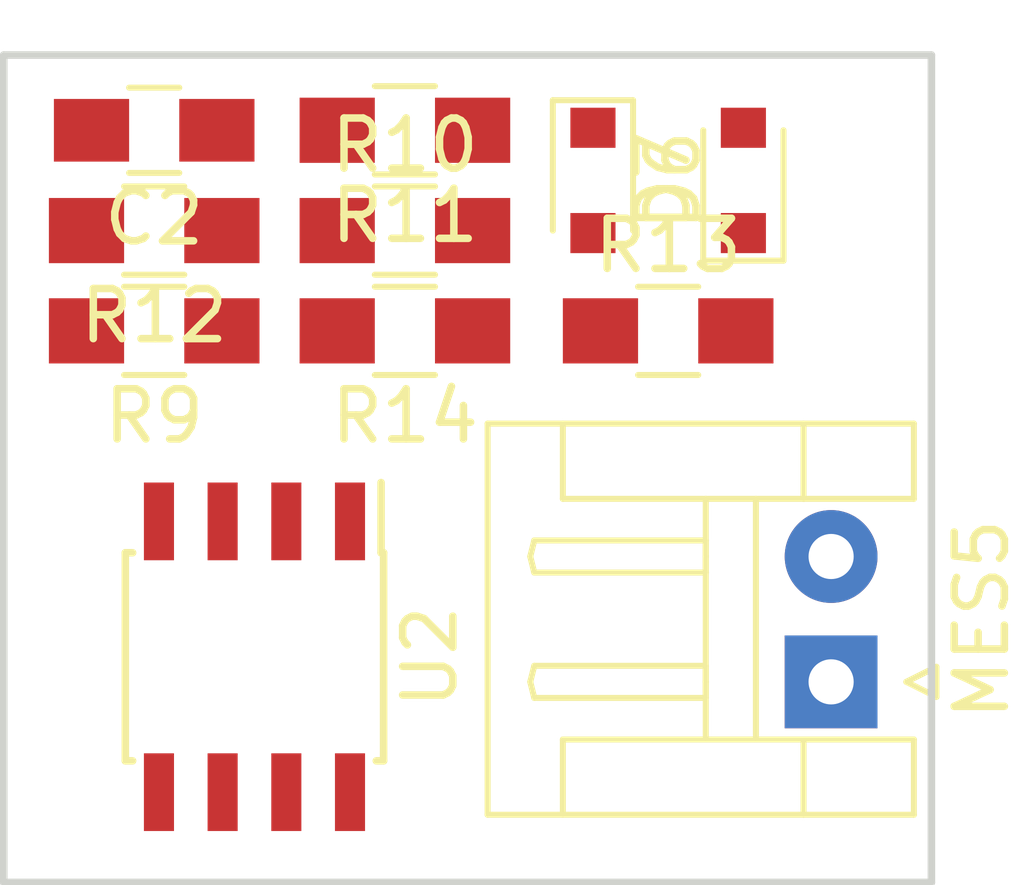
<source format=kicad_pcb>
(kicad_pcb (version 20171130) (host pcbnew "(5.0.0-rc2-dev-444-g2974a2c10)")

  (general
    (thickness 1.6)
    (drawings 4)
    (tracks 0)
    (zones 0)
    (modules 11)
    (nets 12)
  )

  (page A4)
  (layers
    (0 F.Cu signal)
    (31 B.Cu signal)
    (32 B.Adhes user)
    (33 F.Adhes user)
    (34 B.Paste user)
    (35 F.Paste user)
    (36 B.SilkS user)
    (37 F.SilkS user)
    (38 B.Mask user)
    (39 F.Mask user)
    (40 Dwgs.User user)
    (41 Cmts.User user)
    (42 Eco1.User user)
    (43 Eco2.User user)
    (44 Edge.Cuts user)
    (45 Margin user)
    (46 B.CrtYd user)
    (47 F.CrtYd user)
    (48 B.Fab user)
    (49 F.Fab user)
  )

  (setup
    (last_trace_width 0.25)
    (trace_clearance 0.2)
    (zone_clearance 0.508)
    (zone_45_only no)
    (trace_min 0.2)
    (segment_width 0.2)
    (edge_width 0.15)
    (via_size 0.8)
    (via_drill 0.4)
    (via_min_size 0.4)
    (via_min_drill 0.3)
    (uvia_size 0.3)
    (uvia_drill 0.1)
    (uvias_allowed no)
    (uvia_min_size 0.2)
    (uvia_min_drill 0.1)
    (pcb_text_width 0.3)
    (pcb_text_size 1.5 1.5)
    (mod_edge_width 0.15)
    (mod_text_size 1 1)
    (mod_text_width 0.15)
    (pad_size 1.524 1.524)
    (pad_drill 0.762)
    (pad_to_mask_clearance 0.2)
    (aux_axis_origin 0 0)
    (visible_elements FFFFFF7F)
    (pcbplotparams
      (layerselection 0x010fc_ffffffff)
      (usegerberextensions false)
      (usegerberattributes false)
      (usegerberadvancedattributes false)
      (creategerberjobfile false)
      (excludeedgelayer true)
      (linewidth 0.100000)
      (plotframeref false)
      (viasonmask false)
      (mode 1)
      (useauxorigin false)
      (hpglpennumber 1)
      (hpglpenspeed 20)
      (hpglpendiameter 15)
      (psnegative false)
      (psa4output false)
      (plotreference true)
      (plotvalue true)
      (plotinvisibletext false)
      (padsonsilk false)
      (subtractmaskfromsilk false)
      (outputformat 1)
      (mirror false)
      (drillshape 1)
      (scaleselection 1)
      (outputdirectory ""))
  )

  (net 0 "")
  (net 1 "Net-(C2-Pad1)")
  (net 2 "Net-(C2-Pad2)")
  (net 3 INPUT)
  (net 4 GND)
  (net 5 +3V3)
  (net 6 Trinket_A0)
  (net 7 "Net-(MES5-Pad2)")
  (net 8 "Net-(R10-Pad1)")
  (net 9 Trinket_~~A1)
  (net 10 "Net-(U2-Pad8)")
  (net 11 "Net-(U2-Pad4)")

  (net_class Default "This is the default net class."
    (clearance 0.2)
    (trace_width 0.25)
    (via_dia 0.8)
    (via_drill 0.4)
    (uvia_dia 0.3)
    (uvia_drill 0.1)
    (add_net +3V3)
    (add_net GND)
    (add_net INPUT)
    (add_net "Net-(C2-Pad1)")
    (add_net "Net-(C2-Pad2)")
    (add_net "Net-(MES5-Pad2)")
    (add_net "Net-(R10-Pad1)")
    (add_net "Net-(U2-Pad4)")
    (add_net "Net-(U2-Pad8)")
    (add_net Trinket_A0)
    (add_net Trinket_~~A1)
  )

  (module Capacitors_SMD:C_0805_HandSoldering (layer F.Cu) (tedit 58AA84A8) (tstamp 5B77B1F7)
    (at 196.5 55 180)
    (descr "Capacitor SMD 0805, hand soldering")
    (tags "capacitor 0805")
    (path /5B7807ED)
    (attr smd)
    (fp_text reference C2 (at 0 -1.75 180) (layer F.SilkS)
      (effects (font (size 1 1) (thickness 0.15)))
    )
    (fp_text value 0.1uF (at 0 1.75 180) (layer F.Fab)
      (effects (font (size 1 1) (thickness 0.15)))
    )
    (fp_text user %R (at 0 -1.75 180) (layer F.Fab)
      (effects (font (size 1 1) (thickness 0.15)))
    )
    (fp_line (start -1 0.62) (end -1 -0.62) (layer F.Fab) (width 0.1))
    (fp_line (start 1 0.62) (end -1 0.62) (layer F.Fab) (width 0.1))
    (fp_line (start 1 -0.62) (end 1 0.62) (layer F.Fab) (width 0.1))
    (fp_line (start -1 -0.62) (end 1 -0.62) (layer F.Fab) (width 0.1))
    (fp_line (start 0.5 -0.85) (end -0.5 -0.85) (layer F.SilkS) (width 0.12))
    (fp_line (start -0.5 0.85) (end 0.5 0.85) (layer F.SilkS) (width 0.12))
    (fp_line (start -2.25 -0.88) (end 2.25 -0.88) (layer F.CrtYd) (width 0.05))
    (fp_line (start -2.25 -0.88) (end -2.25 0.87) (layer F.CrtYd) (width 0.05))
    (fp_line (start 2.25 0.87) (end 2.25 -0.88) (layer F.CrtYd) (width 0.05))
    (fp_line (start 2.25 0.87) (end -2.25 0.87) (layer F.CrtYd) (width 0.05))
    (pad 1 smd rect (at -1.25 0 180) (size 1.5 1.25) (layers F.Cu F.Paste F.Mask)
      (net 1 "Net-(C2-Pad1)"))
    (pad 2 smd rect (at 1.25 0 180) (size 1.5 1.25) (layers F.Cu F.Paste F.Mask)
      (net 2 "Net-(C2-Pad2)"))
    (model Capacitors_SMD.3dshapes/C_0805.wrl
      (at (xyz 0 0 0))
      (scale (xyz 1 1 1))
      (rotate (xyz 0 0 0))
    )
  )

  (module Diodes_SMD:D_0805 (layer F.Cu) (tedit 590CE9A4) (tstamp 5B77B287)
    (at 205.25 56 270)
    (descr "Diode SMD in 0805 package http://datasheets.avx.com/schottky.pdf")
    (tags "smd diode")
    (path /5B798A2C)
    (attr smd)
    (fp_text reference D6 (at 0 -1.6 270) (layer F.SilkS)
      (effects (font (size 1 1) (thickness 0.15)))
    )
    (fp_text value DIODE (at 0 1.7 270) (layer F.Fab)
      (effects (font (size 1 1) (thickness 0.15)))
    )
    (fp_text user %R (at 0 -1.6 270) (layer F.Fab)
      (effects (font (size 1 1) (thickness 0.15)))
    )
    (fp_line (start -1.6 -0.8) (end -1.6 0.8) (layer F.SilkS) (width 0.12))
    (fp_line (start -1.7 0.88) (end -1.7 -0.88) (layer F.CrtYd) (width 0.05))
    (fp_line (start 1.7 0.88) (end -1.7 0.88) (layer F.CrtYd) (width 0.05))
    (fp_line (start 1.7 -0.88) (end 1.7 0.88) (layer F.CrtYd) (width 0.05))
    (fp_line (start -1.7 -0.88) (end 1.7 -0.88) (layer F.CrtYd) (width 0.05))
    (fp_line (start 0.2 0) (end 0.4 0) (layer F.Fab) (width 0.1))
    (fp_line (start -0.1 0) (end -0.3 0) (layer F.Fab) (width 0.1))
    (fp_line (start -0.1 -0.2) (end -0.1 0.2) (layer F.Fab) (width 0.1))
    (fp_line (start 0.2 0.2) (end 0.2 -0.2) (layer F.Fab) (width 0.1))
    (fp_line (start -0.1 0) (end 0.2 0.2) (layer F.Fab) (width 0.1))
    (fp_line (start 0.2 -0.2) (end -0.1 0) (layer F.Fab) (width 0.1))
    (fp_line (start -1 0.65) (end -1 -0.65) (layer F.Fab) (width 0.1))
    (fp_line (start 1 0.65) (end -1 0.65) (layer F.Fab) (width 0.1))
    (fp_line (start 1 -0.65) (end 1 0.65) (layer F.Fab) (width 0.1))
    (fp_line (start -1 -0.65) (end 1 -0.65) (layer F.Fab) (width 0.1))
    (fp_line (start -1.6 0.8) (end 1 0.8) (layer F.SilkS) (width 0.12))
    (fp_line (start -1.6 -0.8) (end 1 -0.8) (layer F.SilkS) (width 0.12))
    (pad 1 smd rect (at -1.05 0 270) (size 0.8 0.9) (layers F.Cu F.Paste F.Mask)
      (net 5 +3V3))
    (pad 2 smd rect (at 1.05 0 270) (size 0.8 0.9) (layers F.Cu F.Paste F.Mask)
      (net 6 Trinket_A0))
    (model ${KISYS3DMOD}/Diodes_SMD.3dshapes/D_0805.wrl
      (at (xyz 0 0 0))
      (scale (xyz 1 1 1))
      (rotate (xyz 0 0 0))
    )
  )

  (module Diodes_SMD:D_0805 (layer F.Cu) (tedit 590CE9A4) (tstamp 5B77B29F)
    (at 208.25 56 90)
    (descr "Diode SMD in 0805 package http://datasheets.avx.com/schottky.pdf")
    (tags "smd diode")
    (path /5B7945B0)
    (attr smd)
    (fp_text reference D7 (at 0 -1.6 90) (layer F.SilkS)
      (effects (font (size 1 1) (thickness 0.15)))
    )
    (fp_text value DIODE (at 0 1.7 90) (layer F.Fab)
      (effects (font (size 1 1) (thickness 0.15)))
    )
    (fp_text user %R (at 0 -1.6 90) (layer F.Fab)
      (effects (font (size 1 1) (thickness 0.15)))
    )
    (fp_line (start -1.6 -0.8) (end -1.6 0.8) (layer F.SilkS) (width 0.12))
    (fp_line (start -1.7 0.88) (end -1.7 -0.88) (layer F.CrtYd) (width 0.05))
    (fp_line (start 1.7 0.88) (end -1.7 0.88) (layer F.CrtYd) (width 0.05))
    (fp_line (start 1.7 -0.88) (end 1.7 0.88) (layer F.CrtYd) (width 0.05))
    (fp_line (start -1.7 -0.88) (end 1.7 -0.88) (layer F.CrtYd) (width 0.05))
    (fp_line (start 0.2 0) (end 0.4 0) (layer F.Fab) (width 0.1))
    (fp_line (start -0.1 0) (end -0.3 0) (layer F.Fab) (width 0.1))
    (fp_line (start -0.1 -0.2) (end -0.1 0.2) (layer F.Fab) (width 0.1))
    (fp_line (start 0.2 0.2) (end 0.2 -0.2) (layer F.Fab) (width 0.1))
    (fp_line (start -0.1 0) (end 0.2 0.2) (layer F.Fab) (width 0.1))
    (fp_line (start 0.2 -0.2) (end -0.1 0) (layer F.Fab) (width 0.1))
    (fp_line (start -1 0.65) (end -1 -0.65) (layer F.Fab) (width 0.1))
    (fp_line (start 1 0.65) (end -1 0.65) (layer F.Fab) (width 0.1))
    (fp_line (start 1 -0.65) (end 1 0.65) (layer F.Fab) (width 0.1))
    (fp_line (start -1 -0.65) (end 1 -0.65) (layer F.Fab) (width 0.1))
    (fp_line (start -1.6 0.8) (end 1 0.8) (layer F.SilkS) (width 0.12))
    (fp_line (start -1.6 -0.8) (end 1 -0.8) (layer F.SilkS) (width 0.12))
    (pad 1 smd rect (at -1.05 0 90) (size 0.8 0.9) (layers F.Cu F.Paste F.Mask)
      (net 6 Trinket_A0))
    (pad 2 smd rect (at 1.05 0 90) (size 0.8 0.9) (layers F.Cu F.Paste F.Mask)
      (net 4 GND))
    (model ${KISYS3DMOD}/Diodes_SMD.3dshapes/D_0805.wrl
      (at (xyz 0 0 0))
      (scale (xyz 1 1 1))
      (rotate (xyz 0 0 0))
    )
  )

  (module Connectors_JST:JST_EH_S02B-EH_02x2.50mm_Angled (layer F.Cu) (tedit 58A3B0B9) (tstamp 5B77B38F)
    (at 210 66 90)
    (descr "JST EH series connector, S02B-EH, 2.50mm pitch, side entry")
    (tags "connector jst eh side horizontal angled")
    (path /5B780766)
    (fp_text reference MES5 (at 1.25 3 90) (layer F.SilkS)
      (effects (font (size 1 1) (thickness 0.15)))
    )
    (fp_text value 100uA (at 1.25 -8 90) (layer F.Fab)
      (effects (font (size 1 1) (thickness 0.15)))
    )
    (fp_text user %R (at 1.25 -2 90) (layer F.Fab)
      (effects (font (size 1 1) (thickness 0.15)))
    )
    (fp_line (start -2.5 -6.7) (end -2.5 1.5) (layer F.Fab) (width 0.1))
    (fp_line (start -2.5 1.5) (end 5 1.5) (layer F.Fab) (width 0.1))
    (fp_line (start 5 1.5) (end 5 -6.7) (layer F.Fab) (width 0.1))
    (fp_line (start 5 -6.7) (end -2.5 -6.7) (layer F.Fab) (width 0.1))
    (fp_line (start -1.15 -0.55) (end -1.15 1.65) (layer F.SilkS) (width 0.12))
    (fp_line (start -1.15 1.65) (end -2.65 1.65) (layer F.SilkS) (width 0.12))
    (fp_line (start -2.65 1.65) (end -2.65 -6.85) (layer F.SilkS) (width 0.12))
    (fp_line (start -2.65 -6.85) (end 5.15 -6.85) (layer F.SilkS) (width 0.12))
    (fp_line (start 5.15 -6.85) (end 5.15 1.65) (layer F.SilkS) (width 0.12))
    (fp_line (start 5.15 1.65) (end 3.65 1.65) (layer F.SilkS) (width 0.12))
    (fp_line (start 3.65 1.65) (end 3.65 -0.55) (layer F.SilkS) (width 0.12))
    (fp_line (start -2.65 -5.35) (end -1.15 -5.35) (layer F.SilkS) (width 0.12))
    (fp_line (start -1.15 -5.35) (end -1.15 -0.55) (layer F.SilkS) (width 0.12))
    (fp_line (start -1.15 -0.55) (end -2.65 -0.55) (layer F.SilkS) (width 0.12))
    (fp_line (start 5.15 -5.35) (end 3.65 -5.35) (layer F.SilkS) (width 0.12))
    (fp_line (start 3.65 -5.35) (end 3.65 -0.55) (layer F.SilkS) (width 0.12))
    (fp_line (start 3.65 -0.55) (end 5.15 -0.55) (layer F.SilkS) (width 0.12))
    (fp_line (start -1.15 -2.5) (end 3.65 -2.5) (layer F.SilkS) (width 0.12))
    (fp_line (start -1.15 -1.5) (end 3.65 -1.5) (layer F.SilkS) (width 0.12))
    (fp_line (start 0 -2.5) (end -0.32 -2.5) (layer F.SilkS) (width 0.12))
    (fp_line (start -0.32 -2.5) (end -0.32 -5.92) (layer F.SilkS) (width 0.12))
    (fp_line (start -0.32 -5.92) (end 0 -6) (layer F.SilkS) (width 0.12))
    (fp_line (start 0 -6) (end 0.32 -5.92) (layer F.SilkS) (width 0.12))
    (fp_line (start 0.32 -5.92) (end 0.32 -2.5) (layer F.SilkS) (width 0.12))
    (fp_line (start 0.32 -2.5) (end 0 -2.5) (layer F.SilkS) (width 0.12))
    (fp_line (start 2.5 -2.5) (end 2.18 -2.5) (layer F.SilkS) (width 0.12))
    (fp_line (start 2.18 -2.5) (end 2.18 -5.92) (layer F.SilkS) (width 0.12))
    (fp_line (start 2.18 -5.92) (end 2.5 -6) (layer F.SilkS) (width 0.12))
    (fp_line (start 2.5 -6) (end 2.82 -5.92) (layer F.SilkS) (width 0.12))
    (fp_line (start 2.82 -5.92) (end 2.82 -2.5) (layer F.SilkS) (width 0.12))
    (fp_line (start 2.82 -2.5) (end 2.5 -2.5) (layer F.SilkS) (width 0.12))
    (fp_line (start 0 1.5) (end -0.3 2.1) (layer F.SilkS) (width 0.12))
    (fp_line (start -0.3 2.1) (end 0.3 2.1) (layer F.SilkS) (width 0.12))
    (fp_line (start 0.3 2.1) (end 0 1.5) (layer F.SilkS) (width 0.12))
    (fp_line (start 0 1.5) (end -0.3 2.1) (layer F.Fab) (width 0.1))
    (fp_line (start -0.3 2.1) (end 0.3 2.1) (layer F.Fab) (width 0.1))
    (fp_line (start 0.3 2.1) (end 0 1.5) (layer F.Fab) (width 0.1))
    (fp_line (start -3.15 -7.35) (end -3.15 2.15) (layer F.CrtYd) (width 0.05))
    (fp_line (start -3.15 2.15) (end 5.65 2.15) (layer F.CrtYd) (width 0.05))
    (fp_line (start 5.65 2.15) (end 5.65 -7.35) (layer F.CrtYd) (width 0.05))
    (fp_line (start 5.65 -7.35) (end -3.15 -7.35) (layer F.CrtYd) (width 0.05))
    (pad 1 thru_hole rect (at 0 0 90) (size 1.85 1.85) (drill 0.9) (layers *.Cu *.Mask)
      (net 4 GND))
    (pad 2 thru_hole circle (at 2.5 0 90) (size 1.85 1.85) (drill 0.9) (layers *.Cu *.Mask)
      (net 7 "Net-(MES5-Pad2)"))
    (model Connectors_JST.3dshapes/JST_EH_S02B-EH_02x2.50mm_Angled.wrl
      (at (xyz 0 0 0))
      (scale (xyz 1 1 1))
      (rotate (xyz 0 0 0))
    )
  )

  (module Resistors_SMD:R_0805_HandSoldering (layer F.Cu) (tedit 58E0A804) (tstamp 5B77B458)
    (at 196.5 59 180)
    (descr "Resistor SMD 0805, hand soldering")
    (tags "resistor 0805")
    (path /5B78076C)
    (attr smd)
    (fp_text reference R9 (at 0 -1.7 180) (layer F.SilkS)
      (effects (font (size 1 1) (thickness 0.15)))
    )
    (fp_text value 600K (at 0 1.75 180) (layer F.Fab)
      (effects (font (size 1 1) (thickness 0.15)))
    )
    (fp_text user %R (at 0 0 180) (layer F.Fab)
      (effects (font (size 0.5 0.5) (thickness 0.075)))
    )
    (fp_line (start -1 0.62) (end -1 -0.62) (layer F.Fab) (width 0.1))
    (fp_line (start 1 0.62) (end -1 0.62) (layer F.Fab) (width 0.1))
    (fp_line (start 1 -0.62) (end 1 0.62) (layer F.Fab) (width 0.1))
    (fp_line (start -1 -0.62) (end 1 -0.62) (layer F.Fab) (width 0.1))
    (fp_line (start 0.6 0.88) (end -0.6 0.88) (layer F.SilkS) (width 0.12))
    (fp_line (start -0.6 -0.88) (end 0.6 -0.88) (layer F.SilkS) (width 0.12))
    (fp_line (start -2.35 -0.9) (end 2.35 -0.9) (layer F.CrtYd) (width 0.05))
    (fp_line (start -2.35 -0.9) (end -2.35 0.9) (layer F.CrtYd) (width 0.05))
    (fp_line (start 2.35 0.9) (end 2.35 -0.9) (layer F.CrtYd) (width 0.05))
    (fp_line (start 2.35 0.9) (end -2.35 0.9) (layer F.CrtYd) (width 0.05))
    (pad 1 smd rect (at -1.35 0 180) (size 1.5 1.3) (layers F.Cu F.Paste F.Mask)
      (net 2 "Net-(C2-Pad2)"))
    (pad 2 smd rect (at 1.35 0 180) (size 1.5 1.3) (layers F.Cu F.Paste F.Mask)
      (net 3 INPUT))
    (model ${KISYS3DMOD}/Resistors_SMD.3dshapes/R_0805.wrl
      (at (xyz 0 0 0))
      (scale (xyz 1 1 1))
      (rotate (xyz 0 0 0))
    )
    (model "C:/Program Files/KiCad/share/kicad/packages3d/Resistors_SMD.3dshapes/R_0805.step"
      (at (xyz 0 0 0))
      (scale (xyz 1.4 1 1))
      (rotate (xyz 0 0 0))
    )
  )

  (module Resistors_SMD:R_0805_HandSoldering (layer F.Cu) (tedit 58E0A804) (tstamp 5B77B469)
    (at 201.5 57)
    (descr "Resistor SMD 0805, hand soldering")
    (tags "resistor 0805")
    (path /5B780785)
    (attr smd)
    (fp_text reference R10 (at 0 -1.7) (layer F.SilkS)
      (effects (font (size 1 1) (thickness 0.15)))
    )
    (fp_text value 100K (at 0 1.75) (layer F.Fab)
      (effects (font (size 1 1) (thickness 0.15)))
    )
    (fp_line (start 2.35 0.9) (end -2.35 0.9) (layer F.CrtYd) (width 0.05))
    (fp_line (start 2.35 0.9) (end 2.35 -0.9) (layer F.CrtYd) (width 0.05))
    (fp_line (start -2.35 -0.9) (end -2.35 0.9) (layer F.CrtYd) (width 0.05))
    (fp_line (start -2.35 -0.9) (end 2.35 -0.9) (layer F.CrtYd) (width 0.05))
    (fp_line (start -0.6 -0.88) (end 0.6 -0.88) (layer F.SilkS) (width 0.12))
    (fp_line (start 0.6 0.88) (end -0.6 0.88) (layer F.SilkS) (width 0.12))
    (fp_line (start -1 -0.62) (end 1 -0.62) (layer F.Fab) (width 0.1))
    (fp_line (start 1 -0.62) (end 1 0.62) (layer F.Fab) (width 0.1))
    (fp_line (start 1 0.62) (end -1 0.62) (layer F.Fab) (width 0.1))
    (fp_line (start -1 0.62) (end -1 -0.62) (layer F.Fab) (width 0.1))
    (fp_text user %R (at 0 0) (layer F.Fab)
      (effects (font (size 0.5 0.5) (thickness 0.075)))
    )
    (pad 2 smd rect (at 1.35 0) (size 1.5 1.3) (layers F.Cu F.Paste F.Mask)
      (net 5 +3V3))
    (pad 1 smd rect (at -1.35 0) (size 1.5 1.3) (layers F.Cu F.Paste F.Mask)
      (net 8 "Net-(R10-Pad1)"))
    (model ${KISYS3DMOD}/Resistors_SMD.3dshapes/R_0805.wrl
      (at (xyz 0 0 0))
      (scale (xyz 1 1 1))
      (rotate (xyz 0 0 0))
    )
  )

  (module Resistors_SMD:R_0805_HandSoldering (layer F.Cu) (tedit 58E0A804) (tstamp 5B77B47A)
    (at 201.5 55 180)
    (descr "Resistor SMD 0805, hand soldering")
    (tags "resistor 0805")
    (path /5B78079D)
    (attr smd)
    (fp_text reference R11 (at 0 -1.7 180) (layer F.SilkS)
      (effects (font (size 1 1) (thickness 0.15)))
    )
    (fp_text value 100K (at 0 1.75 180) (layer F.Fab)
      (effects (font (size 1 1) (thickness 0.15)))
    )
    (fp_text user %R (at 0 0 180) (layer F.Fab)
      (effects (font (size 0.5 0.5) (thickness 0.075)))
    )
    (fp_line (start -1 0.62) (end -1 -0.62) (layer F.Fab) (width 0.1))
    (fp_line (start 1 0.62) (end -1 0.62) (layer F.Fab) (width 0.1))
    (fp_line (start 1 -0.62) (end 1 0.62) (layer F.Fab) (width 0.1))
    (fp_line (start -1 -0.62) (end 1 -0.62) (layer F.Fab) (width 0.1))
    (fp_line (start 0.6 0.88) (end -0.6 0.88) (layer F.SilkS) (width 0.12))
    (fp_line (start -0.6 -0.88) (end 0.6 -0.88) (layer F.SilkS) (width 0.12))
    (fp_line (start -2.35 -0.9) (end 2.35 -0.9) (layer F.CrtYd) (width 0.05))
    (fp_line (start -2.35 -0.9) (end -2.35 0.9) (layer F.CrtYd) (width 0.05))
    (fp_line (start 2.35 0.9) (end 2.35 -0.9) (layer F.CrtYd) (width 0.05))
    (fp_line (start 2.35 0.9) (end -2.35 0.9) (layer F.CrtYd) (width 0.05))
    (pad 1 smd rect (at -1.35 0 180) (size 1.5 1.3) (layers F.Cu F.Paste F.Mask)
      (net 4 GND))
    (pad 2 smd rect (at 1.35 0 180) (size 1.5 1.3) (layers F.Cu F.Paste F.Mask)
      (net 8 "Net-(R10-Pad1)"))
    (model ${KISYS3DMOD}/Resistors_SMD.3dshapes/R_0805.wrl
      (at (xyz 0 0 0))
      (scale (xyz 1 1 1))
      (rotate (xyz 0 0 0))
    )
  )

  (module Resistors_SMD:R_0805_HandSoldering (layer F.Cu) (tedit 58E0A804) (tstamp 5B77B48B)
    (at 196.5 57 180)
    (descr "Resistor SMD 0805, hand soldering")
    (tags "resistor 0805")
    (path /5B78077F)
    (attr smd)
    (fp_text reference R12 (at 0 -1.7 180) (layer F.SilkS)
      (effects (font (size 1 1) (thickness 0.15)))
    )
    (fp_text value 100K (at 0 1.75 180) (layer F.Fab)
      (effects (font (size 1 1) (thickness 0.15)))
    )
    (fp_text user %R (at 0 0 180) (layer F.Fab)
      (effects (font (size 0.5 0.5) (thickness 0.075)))
    )
    (fp_line (start -1 0.62) (end -1 -0.62) (layer F.Fab) (width 0.1))
    (fp_line (start 1 0.62) (end -1 0.62) (layer F.Fab) (width 0.1))
    (fp_line (start 1 -0.62) (end 1 0.62) (layer F.Fab) (width 0.1))
    (fp_line (start -1 -0.62) (end 1 -0.62) (layer F.Fab) (width 0.1))
    (fp_line (start 0.6 0.88) (end -0.6 0.88) (layer F.SilkS) (width 0.12))
    (fp_line (start -0.6 -0.88) (end 0.6 -0.88) (layer F.SilkS) (width 0.12))
    (fp_line (start -2.35 -0.9) (end 2.35 -0.9) (layer F.CrtYd) (width 0.05))
    (fp_line (start -2.35 -0.9) (end -2.35 0.9) (layer F.CrtYd) (width 0.05))
    (fp_line (start 2.35 0.9) (end 2.35 -0.9) (layer F.CrtYd) (width 0.05))
    (fp_line (start 2.35 0.9) (end -2.35 0.9) (layer F.CrtYd) (width 0.05))
    (pad 1 smd rect (at -1.35 0 180) (size 1.5 1.3) (layers F.Cu F.Paste F.Mask)
      (net 1 "Net-(C2-Pad1)"))
    (pad 2 smd rect (at 1.35 0 180) (size 1.5 1.3) (layers F.Cu F.Paste F.Mask)
      (net 2 "Net-(C2-Pad2)"))
    (model ${KISYS3DMOD}/Resistors_SMD.3dshapes/R_0805.wrl
      (at (xyz 0 0 0))
      (scale (xyz 1 1 1))
      (rotate (xyz 0 0 0))
    )
  )

  (module Resistors_SMD:R_0805_HandSoldering (layer F.Cu) (tedit 58E0A804) (tstamp 5B77B49C)
    (at 206.75 59)
    (descr "Resistor SMD 0805, hand soldering")
    (tags "resistor 0805")
    (path /5B780779)
    (attr smd)
    (fp_text reference R13 (at 0 -1.7) (layer F.SilkS)
      (effects (font (size 1 1) (thickness 0.15)))
    )
    (fp_text value 33K (at 0 1.75) (layer F.Fab)
      (effects (font (size 1 1) (thickness 0.15)))
    )
    (fp_line (start 2.35 0.9) (end -2.35 0.9) (layer F.CrtYd) (width 0.05))
    (fp_line (start 2.35 0.9) (end 2.35 -0.9) (layer F.CrtYd) (width 0.05))
    (fp_line (start -2.35 -0.9) (end -2.35 0.9) (layer F.CrtYd) (width 0.05))
    (fp_line (start -2.35 -0.9) (end 2.35 -0.9) (layer F.CrtYd) (width 0.05))
    (fp_line (start -0.6 -0.88) (end 0.6 -0.88) (layer F.SilkS) (width 0.12))
    (fp_line (start 0.6 0.88) (end -0.6 0.88) (layer F.SilkS) (width 0.12))
    (fp_line (start -1 -0.62) (end 1 -0.62) (layer F.Fab) (width 0.1))
    (fp_line (start 1 -0.62) (end 1 0.62) (layer F.Fab) (width 0.1))
    (fp_line (start 1 0.62) (end -1 0.62) (layer F.Fab) (width 0.1))
    (fp_line (start -1 0.62) (end -1 -0.62) (layer F.Fab) (width 0.1))
    (fp_text user %R (at 0 0) (layer F.Fab)
      (effects (font (size 0.5 0.5) (thickness 0.075)))
    )
    (pad 2 smd rect (at 1.35 0) (size 1.5 1.3) (layers F.Cu F.Paste F.Mask)
      (net 9 Trinket_~~A1))
    (pad 1 smd rect (at -1.35 0) (size 1.5 1.3) (layers F.Cu F.Paste F.Mask)
      (net 7 "Net-(MES5-Pad2)"))
    (model ${KISYS3DMOD}/Resistors_SMD.3dshapes/R_0805.wrl
      (at (xyz 0 0 0))
      (scale (xyz 1 1 1))
      (rotate (xyz 0 0 0))
    )
  )

  (module Resistors_SMD:R_0805_HandSoldering (layer F.Cu) (tedit 58E0A804) (tstamp 5B77B4AD)
    (at 201.5 59 180)
    (descr "Resistor SMD 0805, hand soldering")
    (tags "resistor 0805")
    (path /5B798C9C)
    (attr smd)
    (fp_text reference R14 (at 0 -1.7 180) (layer F.SilkS)
      (effects (font (size 1 1) (thickness 0.15)))
    )
    (fp_text value 10K (at 0 1.75 180) (layer F.Fab)
      (effects (font (size 1 1) (thickness 0.15)))
    )
    (fp_text user %R (at 0 0 180) (layer F.Fab)
      (effects (font (size 0.5 0.5) (thickness 0.075)))
    )
    (fp_line (start -1 0.62) (end -1 -0.62) (layer F.Fab) (width 0.1))
    (fp_line (start 1 0.62) (end -1 0.62) (layer F.Fab) (width 0.1))
    (fp_line (start 1 -0.62) (end 1 0.62) (layer F.Fab) (width 0.1))
    (fp_line (start -1 -0.62) (end 1 -0.62) (layer F.Fab) (width 0.1))
    (fp_line (start 0.6 0.88) (end -0.6 0.88) (layer F.SilkS) (width 0.12))
    (fp_line (start -0.6 -0.88) (end 0.6 -0.88) (layer F.SilkS) (width 0.12))
    (fp_line (start -2.35 -0.9) (end 2.35 -0.9) (layer F.CrtYd) (width 0.05))
    (fp_line (start -2.35 -0.9) (end -2.35 0.9) (layer F.CrtYd) (width 0.05))
    (fp_line (start 2.35 0.9) (end 2.35 -0.9) (layer F.CrtYd) (width 0.05))
    (fp_line (start 2.35 0.9) (end -2.35 0.9) (layer F.CrtYd) (width 0.05))
    (pad 1 smd rect (at -1.35 0 180) (size 1.5 1.3) (layers F.Cu F.Paste F.Mask)
      (net 6 Trinket_A0))
    (pad 2 smd rect (at 1.35 0 180) (size 1.5 1.3) (layers F.Cu F.Paste F.Mask)
      (net 1 "Net-(C2-Pad1)"))
    (model ${KISYS3DMOD}/Resistors_SMD.3dshapes/R_0805.wrl
      (at (xyz 0 0 0))
      (scale (xyz 1 1 1))
      (rotate (xyz 0 0 0))
    )
  )

  (module Housings_SOIC:SOIC-8_3.9x4.9mm_Pitch1.27mm (layer F.Cu) (tedit 58CD0CDA) (tstamp 5B77BA83)
    (at 198.5 65.5 270)
    (descr "8-Lead Plastic Small Outline (SN) - Narrow, 3.90 mm Body [SOIC] (see Microchip Packaging Specification 00000049BS.pdf)")
    (tags "SOIC 1.27")
    (path /5B780791)
    (attr smd)
    (fp_text reference U2 (at 0 -3.5 270) (layer F.SilkS)
      (effects (font (size 1 1) (thickness 0.15)))
    )
    (fp_text value TL072 (at 0 3.5 270) (layer F.Fab)
      (effects (font (size 1 1) (thickness 0.15)))
    )
    (fp_line (start -2.075 -2.525) (end -3.475 -2.525) (layer F.SilkS) (width 0.15))
    (fp_line (start -2.075 2.575) (end 2.075 2.575) (layer F.SilkS) (width 0.15))
    (fp_line (start -2.075 -2.575) (end 2.075 -2.575) (layer F.SilkS) (width 0.15))
    (fp_line (start -2.075 2.575) (end -2.075 2.43) (layer F.SilkS) (width 0.15))
    (fp_line (start 2.075 2.575) (end 2.075 2.43) (layer F.SilkS) (width 0.15))
    (fp_line (start 2.075 -2.575) (end 2.075 -2.43) (layer F.SilkS) (width 0.15))
    (fp_line (start -2.075 -2.575) (end -2.075 -2.525) (layer F.SilkS) (width 0.15))
    (fp_line (start -3.73 2.7) (end 3.73 2.7) (layer F.CrtYd) (width 0.05))
    (fp_line (start -3.73 -2.7) (end 3.73 -2.7) (layer F.CrtYd) (width 0.05))
    (fp_line (start 3.73 -2.7) (end 3.73 2.7) (layer F.CrtYd) (width 0.05))
    (fp_line (start -3.73 -2.7) (end -3.73 2.7) (layer F.CrtYd) (width 0.05))
    (fp_line (start -1.95 -1.45) (end -0.95 -2.45) (layer F.Fab) (width 0.1))
    (fp_line (start -1.95 2.45) (end -1.95 -1.45) (layer F.Fab) (width 0.1))
    (fp_line (start 1.95 2.45) (end -1.95 2.45) (layer F.Fab) (width 0.1))
    (fp_line (start 1.95 -2.45) (end 1.95 2.45) (layer F.Fab) (width 0.1))
    (fp_line (start -0.95 -2.45) (end 1.95 -2.45) (layer F.Fab) (width 0.1))
    (fp_text user %R (at 0 0 270) (layer F.Fab)
      (effects (font (size 1 1) (thickness 0.15)))
    )
    (pad 8 smd rect (at 2.7 -1.905 270) (size 1.55 0.6) (layers F.Cu F.Paste F.Mask)
      (net 10 "Net-(U2-Pad8)"))
    (pad 7 smd rect (at 2.7 -0.635 270) (size 1.55 0.6) (layers F.Cu F.Paste F.Mask))
    (pad 6 smd rect (at 2.7 0.635 270) (size 1.55 0.6) (layers F.Cu F.Paste F.Mask))
    (pad 5 smd rect (at 2.7 1.905 270) (size 1.55 0.6) (layers F.Cu F.Paste F.Mask))
    (pad 4 smd rect (at -2.7 1.905 270) (size 1.55 0.6) (layers F.Cu F.Paste F.Mask)
      (net 11 "Net-(U2-Pad4)"))
    (pad 3 smd rect (at -2.7 0.635 270) (size 1.55 0.6) (layers F.Cu F.Paste F.Mask)
      (net 8 "Net-(R10-Pad1)"))
    (pad 2 smd rect (at -2.7 -0.635 270) (size 1.55 0.6) (layers F.Cu F.Paste F.Mask)
      (net 2 "Net-(C2-Pad2)"))
    (pad 1 smd rect (at -2.7 -1.905 270) (size 1.55 0.6) (layers F.Cu F.Paste F.Mask)
      (net 1 "Net-(C2-Pad1)"))
    (model ${KISYS3DMOD}/Housings_SOIC.3dshapes/SOIC-8_3.9x4.9mm_Pitch1.27mm.wrl
      (at (xyz 0 0 0))
      (scale (xyz 1 1 1))
      (rotate (xyz 0 0 0))
    )
    (model "C:/Program Files/KiCad/share/kicad/packages3d/SMD_Packages.3dshapes/SOIC-8-N.wrl"
      (at (xyz 0 0 0))
      (scale (xyz 0.5 0.4 0.5))
      (rotate (xyz 0 0 90))
    )
  )

  (gr_line (start 193.5 53.5) (end 212 53.5) (layer Edge.Cuts) (width 0.15))
  (gr_line (start 193.5 70) (end 193.5 53.5) (layer Edge.Cuts) (width 0.15))
  (gr_line (start 212 70) (end 193.5 70) (layer Edge.Cuts) (width 0.15))
  (gr_line (start 212 70) (end 212 53.5) (layer Edge.Cuts) (width 0.15))

)

</source>
